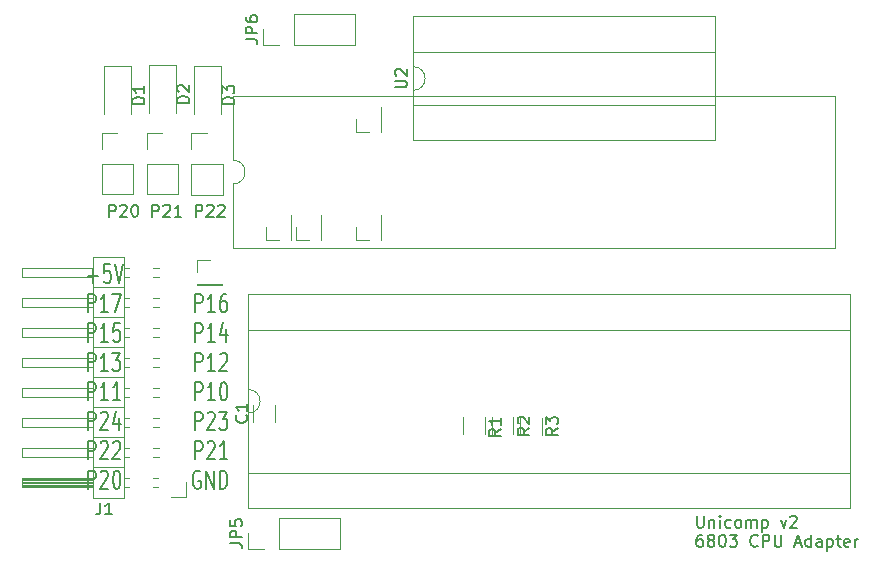
<source format=gbr>
%TF.GenerationSoftware,KiCad,Pcbnew,7.0.9-7.0.9~ubuntu20.04.1*%
%TF.CreationDate,2023-12-26T19:53:29+01:00*%
%TF.ProjectId,6803_Addon,36383033-5f41-4646-946f-6e2e6b696361,rev?*%
%TF.SameCoordinates,Original*%
%TF.FileFunction,Legend,Top*%
%TF.FilePolarity,Positive*%
%FSLAX46Y46*%
G04 Gerber Fmt 4.6, Leading zero omitted, Abs format (unit mm)*
G04 Created by KiCad (PCBNEW 7.0.9-7.0.9~ubuntu20.04.1) date 2023-12-26 19:53:29*
%MOMM*%
%LPD*%
G01*
G04 APERTURE LIST*
%ADD10C,0.150000*%
%ADD11C,0.120000*%
G04 APERTURE END LIST*
D10*
X169179982Y-56965509D02*
X169179982Y-55415509D01*
X169179982Y-55415509D02*
X169599030Y-55415509D01*
X169599030Y-55415509D02*
X169703792Y-55489319D01*
X169703792Y-55489319D02*
X169756173Y-55563128D01*
X169756173Y-55563128D02*
X169808554Y-55710747D01*
X169808554Y-55710747D02*
X169808554Y-55932176D01*
X169808554Y-55932176D02*
X169756173Y-56079795D01*
X169756173Y-56079795D02*
X169703792Y-56153604D01*
X169703792Y-56153604D02*
X169599030Y-56227414D01*
X169599030Y-56227414D02*
X169179982Y-56227414D01*
X170856173Y-56965509D02*
X170227601Y-56965509D01*
X170541887Y-56965509D02*
X170541887Y-55415509D01*
X170541887Y-55415509D02*
X170437125Y-55636938D01*
X170437125Y-55636938D02*
X170332363Y-55784557D01*
X170332363Y-55784557D02*
X170227601Y-55858366D01*
X171799030Y-55415509D02*
X171589506Y-55415509D01*
X171589506Y-55415509D02*
X171484744Y-55489319D01*
X171484744Y-55489319D02*
X171432363Y-55563128D01*
X171432363Y-55563128D02*
X171327601Y-55784557D01*
X171327601Y-55784557D02*
X171275220Y-56079795D01*
X171275220Y-56079795D02*
X171275220Y-56670271D01*
X171275220Y-56670271D02*
X171327601Y-56817890D01*
X171327601Y-56817890D02*
X171379982Y-56891700D01*
X171379982Y-56891700D02*
X171484744Y-56965509D01*
X171484744Y-56965509D02*
X171694268Y-56965509D01*
X171694268Y-56965509D02*
X171799030Y-56891700D01*
X171799030Y-56891700D02*
X171851411Y-56817890D01*
X171851411Y-56817890D02*
X171903792Y-56670271D01*
X171903792Y-56670271D02*
X171903792Y-56301223D01*
X171903792Y-56301223D02*
X171851411Y-56153604D01*
X171851411Y-56153604D02*
X171799030Y-56079795D01*
X171799030Y-56079795D02*
X171694268Y-56005985D01*
X171694268Y-56005985D02*
X171484744Y-56005985D01*
X171484744Y-56005985D02*
X171379982Y-56079795D01*
X171379982Y-56079795D02*
X171327601Y-56153604D01*
X171327601Y-56153604D02*
X171275220Y-56301223D01*
X169179982Y-59461009D02*
X169179982Y-57911009D01*
X169179982Y-57911009D02*
X169599030Y-57911009D01*
X169599030Y-57911009D02*
X169703792Y-57984819D01*
X169703792Y-57984819D02*
X169756173Y-58058628D01*
X169756173Y-58058628D02*
X169808554Y-58206247D01*
X169808554Y-58206247D02*
X169808554Y-58427676D01*
X169808554Y-58427676D02*
X169756173Y-58575295D01*
X169756173Y-58575295D02*
X169703792Y-58649104D01*
X169703792Y-58649104D02*
X169599030Y-58722914D01*
X169599030Y-58722914D02*
X169179982Y-58722914D01*
X170856173Y-59461009D02*
X170227601Y-59461009D01*
X170541887Y-59461009D02*
X170541887Y-57911009D01*
X170541887Y-57911009D02*
X170437125Y-58132438D01*
X170437125Y-58132438D02*
X170332363Y-58280057D01*
X170332363Y-58280057D02*
X170227601Y-58353866D01*
X171799030Y-58427676D02*
X171799030Y-59461009D01*
X171537125Y-57837200D02*
X171275220Y-58944342D01*
X171275220Y-58944342D02*
X171956173Y-58944342D01*
X169179982Y-61956509D02*
X169179982Y-60406509D01*
X169179982Y-60406509D02*
X169599030Y-60406509D01*
X169599030Y-60406509D02*
X169703792Y-60480319D01*
X169703792Y-60480319D02*
X169756173Y-60554128D01*
X169756173Y-60554128D02*
X169808554Y-60701747D01*
X169808554Y-60701747D02*
X169808554Y-60923176D01*
X169808554Y-60923176D02*
X169756173Y-61070795D01*
X169756173Y-61070795D02*
X169703792Y-61144604D01*
X169703792Y-61144604D02*
X169599030Y-61218414D01*
X169599030Y-61218414D02*
X169179982Y-61218414D01*
X170856173Y-61956509D02*
X170227601Y-61956509D01*
X170541887Y-61956509D02*
X170541887Y-60406509D01*
X170541887Y-60406509D02*
X170437125Y-60627938D01*
X170437125Y-60627938D02*
X170332363Y-60775557D01*
X170332363Y-60775557D02*
X170227601Y-60849366D01*
X171275220Y-60554128D02*
X171327601Y-60480319D01*
X171327601Y-60480319D02*
X171432363Y-60406509D01*
X171432363Y-60406509D02*
X171694268Y-60406509D01*
X171694268Y-60406509D02*
X171799030Y-60480319D01*
X171799030Y-60480319D02*
X171851411Y-60554128D01*
X171851411Y-60554128D02*
X171903792Y-60701747D01*
X171903792Y-60701747D02*
X171903792Y-60849366D01*
X171903792Y-60849366D02*
X171851411Y-61070795D01*
X171851411Y-61070795D02*
X171222839Y-61956509D01*
X171222839Y-61956509D02*
X171903792Y-61956509D01*
X169179982Y-64452009D02*
X169179982Y-62902009D01*
X169179982Y-62902009D02*
X169599030Y-62902009D01*
X169599030Y-62902009D02*
X169703792Y-62975819D01*
X169703792Y-62975819D02*
X169756173Y-63049628D01*
X169756173Y-63049628D02*
X169808554Y-63197247D01*
X169808554Y-63197247D02*
X169808554Y-63418676D01*
X169808554Y-63418676D02*
X169756173Y-63566295D01*
X169756173Y-63566295D02*
X169703792Y-63640104D01*
X169703792Y-63640104D02*
X169599030Y-63713914D01*
X169599030Y-63713914D02*
X169179982Y-63713914D01*
X170856173Y-64452009D02*
X170227601Y-64452009D01*
X170541887Y-64452009D02*
X170541887Y-62902009D01*
X170541887Y-62902009D02*
X170437125Y-63123438D01*
X170437125Y-63123438D02*
X170332363Y-63271057D01*
X170332363Y-63271057D02*
X170227601Y-63344866D01*
X171537125Y-62902009D02*
X171641887Y-62902009D01*
X171641887Y-62902009D02*
X171746649Y-62975819D01*
X171746649Y-62975819D02*
X171799030Y-63049628D01*
X171799030Y-63049628D02*
X171851411Y-63197247D01*
X171851411Y-63197247D02*
X171903792Y-63492485D01*
X171903792Y-63492485D02*
X171903792Y-63861533D01*
X171903792Y-63861533D02*
X171851411Y-64156771D01*
X171851411Y-64156771D02*
X171799030Y-64304390D01*
X171799030Y-64304390D02*
X171746649Y-64378200D01*
X171746649Y-64378200D02*
X171641887Y-64452009D01*
X171641887Y-64452009D02*
X171537125Y-64452009D01*
X171537125Y-64452009D02*
X171432363Y-64378200D01*
X171432363Y-64378200D02*
X171379982Y-64304390D01*
X171379982Y-64304390D02*
X171327601Y-64156771D01*
X171327601Y-64156771D02*
X171275220Y-63861533D01*
X171275220Y-63861533D02*
X171275220Y-63492485D01*
X171275220Y-63492485D02*
X171327601Y-63197247D01*
X171327601Y-63197247D02*
X171379982Y-63049628D01*
X171379982Y-63049628D02*
X171432363Y-62975819D01*
X171432363Y-62975819D02*
X171537125Y-62902009D01*
X169179982Y-66947509D02*
X169179982Y-65397509D01*
X169179982Y-65397509D02*
X169599030Y-65397509D01*
X169599030Y-65397509D02*
X169703792Y-65471319D01*
X169703792Y-65471319D02*
X169756173Y-65545128D01*
X169756173Y-65545128D02*
X169808554Y-65692747D01*
X169808554Y-65692747D02*
X169808554Y-65914176D01*
X169808554Y-65914176D02*
X169756173Y-66061795D01*
X169756173Y-66061795D02*
X169703792Y-66135604D01*
X169703792Y-66135604D02*
X169599030Y-66209414D01*
X169599030Y-66209414D02*
X169179982Y-66209414D01*
X170227601Y-65545128D02*
X170279982Y-65471319D01*
X170279982Y-65471319D02*
X170384744Y-65397509D01*
X170384744Y-65397509D02*
X170646649Y-65397509D01*
X170646649Y-65397509D02*
X170751411Y-65471319D01*
X170751411Y-65471319D02*
X170803792Y-65545128D01*
X170803792Y-65545128D02*
X170856173Y-65692747D01*
X170856173Y-65692747D02*
X170856173Y-65840366D01*
X170856173Y-65840366D02*
X170803792Y-66061795D01*
X170803792Y-66061795D02*
X170175220Y-66947509D01*
X170175220Y-66947509D02*
X170856173Y-66947509D01*
X171222839Y-65397509D02*
X171903792Y-65397509D01*
X171903792Y-65397509D02*
X171537125Y-65987985D01*
X171537125Y-65987985D02*
X171694268Y-65987985D01*
X171694268Y-65987985D02*
X171799030Y-66061795D01*
X171799030Y-66061795D02*
X171851411Y-66135604D01*
X171851411Y-66135604D02*
X171903792Y-66283223D01*
X171903792Y-66283223D02*
X171903792Y-66652271D01*
X171903792Y-66652271D02*
X171851411Y-66799890D01*
X171851411Y-66799890D02*
X171799030Y-66873700D01*
X171799030Y-66873700D02*
X171694268Y-66947509D01*
X171694268Y-66947509D02*
X171379982Y-66947509D01*
X171379982Y-66947509D02*
X171275220Y-66873700D01*
X171275220Y-66873700D02*
X171222839Y-66799890D01*
X169179982Y-69443009D02*
X169179982Y-67893009D01*
X169179982Y-67893009D02*
X169599030Y-67893009D01*
X169599030Y-67893009D02*
X169703792Y-67966819D01*
X169703792Y-67966819D02*
X169756173Y-68040628D01*
X169756173Y-68040628D02*
X169808554Y-68188247D01*
X169808554Y-68188247D02*
X169808554Y-68409676D01*
X169808554Y-68409676D02*
X169756173Y-68557295D01*
X169756173Y-68557295D02*
X169703792Y-68631104D01*
X169703792Y-68631104D02*
X169599030Y-68704914D01*
X169599030Y-68704914D02*
X169179982Y-68704914D01*
X170227601Y-68040628D02*
X170279982Y-67966819D01*
X170279982Y-67966819D02*
X170384744Y-67893009D01*
X170384744Y-67893009D02*
X170646649Y-67893009D01*
X170646649Y-67893009D02*
X170751411Y-67966819D01*
X170751411Y-67966819D02*
X170803792Y-68040628D01*
X170803792Y-68040628D02*
X170856173Y-68188247D01*
X170856173Y-68188247D02*
X170856173Y-68335866D01*
X170856173Y-68335866D02*
X170803792Y-68557295D01*
X170803792Y-68557295D02*
X170175220Y-69443009D01*
X170175220Y-69443009D02*
X170856173Y-69443009D01*
X171903792Y-69443009D02*
X171275220Y-69443009D01*
X171589506Y-69443009D02*
X171589506Y-67893009D01*
X171589506Y-67893009D02*
X171484744Y-68114438D01*
X171484744Y-68114438D02*
X171379982Y-68262057D01*
X171379982Y-68262057D02*
X171275220Y-68335866D01*
X169599030Y-70462319D02*
X169494268Y-70388509D01*
X169494268Y-70388509D02*
X169337125Y-70388509D01*
X169337125Y-70388509D02*
X169179982Y-70462319D01*
X169179982Y-70462319D02*
X169075220Y-70609938D01*
X169075220Y-70609938D02*
X169022839Y-70757557D01*
X169022839Y-70757557D02*
X168970458Y-71052795D01*
X168970458Y-71052795D02*
X168970458Y-71274223D01*
X168970458Y-71274223D02*
X169022839Y-71569461D01*
X169022839Y-71569461D02*
X169075220Y-71717080D01*
X169075220Y-71717080D02*
X169179982Y-71864700D01*
X169179982Y-71864700D02*
X169337125Y-71938509D01*
X169337125Y-71938509D02*
X169441887Y-71938509D01*
X169441887Y-71938509D02*
X169599030Y-71864700D01*
X169599030Y-71864700D02*
X169651411Y-71790890D01*
X169651411Y-71790890D02*
X169651411Y-71274223D01*
X169651411Y-71274223D02*
X169441887Y-71274223D01*
X170122839Y-71938509D02*
X170122839Y-70388509D01*
X170122839Y-70388509D02*
X170751411Y-71938509D01*
X170751411Y-71938509D02*
X170751411Y-70388509D01*
X171275220Y-71938509D02*
X171275220Y-70388509D01*
X171275220Y-70388509D02*
X171537125Y-70388509D01*
X171537125Y-70388509D02*
X171694268Y-70462319D01*
X171694268Y-70462319D02*
X171799030Y-70609938D01*
X171799030Y-70609938D02*
X171851411Y-70757557D01*
X171851411Y-70757557D02*
X171903792Y-71052795D01*
X171903792Y-71052795D02*
X171903792Y-71274223D01*
X171903792Y-71274223D02*
X171851411Y-71569461D01*
X171851411Y-71569461D02*
X171799030Y-71717080D01*
X171799030Y-71717080D02*
X171694268Y-71864700D01*
X171694268Y-71864700D02*
X171537125Y-71938509D01*
X171537125Y-71938509D02*
X171275220Y-71938509D01*
X160126588Y-53879533D02*
X160964684Y-53879533D01*
X160545636Y-54470009D02*
X160545636Y-53289057D01*
X162012303Y-52920009D02*
X161488493Y-52920009D01*
X161488493Y-52920009D02*
X161436112Y-53658104D01*
X161436112Y-53658104D02*
X161488493Y-53584295D01*
X161488493Y-53584295D02*
X161593255Y-53510485D01*
X161593255Y-53510485D02*
X161855160Y-53510485D01*
X161855160Y-53510485D02*
X161959922Y-53584295D01*
X161959922Y-53584295D02*
X162012303Y-53658104D01*
X162012303Y-53658104D02*
X162064684Y-53805723D01*
X162064684Y-53805723D02*
X162064684Y-54174771D01*
X162064684Y-54174771D02*
X162012303Y-54322390D01*
X162012303Y-54322390D02*
X161959922Y-54396200D01*
X161959922Y-54396200D02*
X161855160Y-54470009D01*
X161855160Y-54470009D02*
X161593255Y-54470009D01*
X161593255Y-54470009D02*
X161488493Y-54396200D01*
X161488493Y-54396200D02*
X161436112Y-54322390D01*
X162378969Y-52920009D02*
X162745636Y-54470009D01*
X162745636Y-54470009D02*
X163112303Y-52920009D01*
X160126588Y-56965509D02*
X160126588Y-55415509D01*
X160126588Y-55415509D02*
X160545636Y-55415509D01*
X160545636Y-55415509D02*
X160650398Y-55489319D01*
X160650398Y-55489319D02*
X160702779Y-55563128D01*
X160702779Y-55563128D02*
X160755160Y-55710747D01*
X160755160Y-55710747D02*
X160755160Y-55932176D01*
X160755160Y-55932176D02*
X160702779Y-56079795D01*
X160702779Y-56079795D02*
X160650398Y-56153604D01*
X160650398Y-56153604D02*
X160545636Y-56227414D01*
X160545636Y-56227414D02*
X160126588Y-56227414D01*
X161802779Y-56965509D02*
X161174207Y-56965509D01*
X161488493Y-56965509D02*
X161488493Y-55415509D01*
X161488493Y-55415509D02*
X161383731Y-55636938D01*
X161383731Y-55636938D02*
X161278969Y-55784557D01*
X161278969Y-55784557D02*
X161174207Y-55858366D01*
X162169445Y-55415509D02*
X162902779Y-55415509D01*
X162902779Y-55415509D02*
X162431350Y-56965509D01*
X160126588Y-59461009D02*
X160126588Y-57911009D01*
X160126588Y-57911009D02*
X160545636Y-57911009D01*
X160545636Y-57911009D02*
X160650398Y-57984819D01*
X160650398Y-57984819D02*
X160702779Y-58058628D01*
X160702779Y-58058628D02*
X160755160Y-58206247D01*
X160755160Y-58206247D02*
X160755160Y-58427676D01*
X160755160Y-58427676D02*
X160702779Y-58575295D01*
X160702779Y-58575295D02*
X160650398Y-58649104D01*
X160650398Y-58649104D02*
X160545636Y-58722914D01*
X160545636Y-58722914D02*
X160126588Y-58722914D01*
X161802779Y-59461009D02*
X161174207Y-59461009D01*
X161488493Y-59461009D02*
X161488493Y-57911009D01*
X161488493Y-57911009D02*
X161383731Y-58132438D01*
X161383731Y-58132438D02*
X161278969Y-58280057D01*
X161278969Y-58280057D02*
X161174207Y-58353866D01*
X162798017Y-57911009D02*
X162274207Y-57911009D01*
X162274207Y-57911009D02*
X162221826Y-58649104D01*
X162221826Y-58649104D02*
X162274207Y-58575295D01*
X162274207Y-58575295D02*
X162378969Y-58501485D01*
X162378969Y-58501485D02*
X162640874Y-58501485D01*
X162640874Y-58501485D02*
X162745636Y-58575295D01*
X162745636Y-58575295D02*
X162798017Y-58649104D01*
X162798017Y-58649104D02*
X162850398Y-58796723D01*
X162850398Y-58796723D02*
X162850398Y-59165771D01*
X162850398Y-59165771D02*
X162798017Y-59313390D01*
X162798017Y-59313390D02*
X162745636Y-59387200D01*
X162745636Y-59387200D02*
X162640874Y-59461009D01*
X162640874Y-59461009D02*
X162378969Y-59461009D01*
X162378969Y-59461009D02*
X162274207Y-59387200D01*
X162274207Y-59387200D02*
X162221826Y-59313390D01*
X160126588Y-61956509D02*
X160126588Y-60406509D01*
X160126588Y-60406509D02*
X160545636Y-60406509D01*
X160545636Y-60406509D02*
X160650398Y-60480319D01*
X160650398Y-60480319D02*
X160702779Y-60554128D01*
X160702779Y-60554128D02*
X160755160Y-60701747D01*
X160755160Y-60701747D02*
X160755160Y-60923176D01*
X160755160Y-60923176D02*
X160702779Y-61070795D01*
X160702779Y-61070795D02*
X160650398Y-61144604D01*
X160650398Y-61144604D02*
X160545636Y-61218414D01*
X160545636Y-61218414D02*
X160126588Y-61218414D01*
X161802779Y-61956509D02*
X161174207Y-61956509D01*
X161488493Y-61956509D02*
X161488493Y-60406509D01*
X161488493Y-60406509D02*
X161383731Y-60627938D01*
X161383731Y-60627938D02*
X161278969Y-60775557D01*
X161278969Y-60775557D02*
X161174207Y-60849366D01*
X162169445Y-60406509D02*
X162850398Y-60406509D01*
X162850398Y-60406509D02*
X162483731Y-60996985D01*
X162483731Y-60996985D02*
X162640874Y-60996985D01*
X162640874Y-60996985D02*
X162745636Y-61070795D01*
X162745636Y-61070795D02*
X162798017Y-61144604D01*
X162798017Y-61144604D02*
X162850398Y-61292223D01*
X162850398Y-61292223D02*
X162850398Y-61661271D01*
X162850398Y-61661271D02*
X162798017Y-61808890D01*
X162798017Y-61808890D02*
X162745636Y-61882700D01*
X162745636Y-61882700D02*
X162640874Y-61956509D01*
X162640874Y-61956509D02*
X162326588Y-61956509D01*
X162326588Y-61956509D02*
X162221826Y-61882700D01*
X162221826Y-61882700D02*
X162169445Y-61808890D01*
X160126588Y-64452009D02*
X160126588Y-62902009D01*
X160126588Y-62902009D02*
X160545636Y-62902009D01*
X160545636Y-62902009D02*
X160650398Y-62975819D01*
X160650398Y-62975819D02*
X160702779Y-63049628D01*
X160702779Y-63049628D02*
X160755160Y-63197247D01*
X160755160Y-63197247D02*
X160755160Y-63418676D01*
X160755160Y-63418676D02*
X160702779Y-63566295D01*
X160702779Y-63566295D02*
X160650398Y-63640104D01*
X160650398Y-63640104D02*
X160545636Y-63713914D01*
X160545636Y-63713914D02*
X160126588Y-63713914D01*
X161802779Y-64452009D02*
X161174207Y-64452009D01*
X161488493Y-64452009D02*
X161488493Y-62902009D01*
X161488493Y-62902009D02*
X161383731Y-63123438D01*
X161383731Y-63123438D02*
X161278969Y-63271057D01*
X161278969Y-63271057D02*
X161174207Y-63344866D01*
X162850398Y-64452009D02*
X162221826Y-64452009D01*
X162536112Y-64452009D02*
X162536112Y-62902009D01*
X162536112Y-62902009D02*
X162431350Y-63123438D01*
X162431350Y-63123438D02*
X162326588Y-63271057D01*
X162326588Y-63271057D02*
X162221826Y-63344866D01*
X160126588Y-66947509D02*
X160126588Y-65397509D01*
X160126588Y-65397509D02*
X160545636Y-65397509D01*
X160545636Y-65397509D02*
X160650398Y-65471319D01*
X160650398Y-65471319D02*
X160702779Y-65545128D01*
X160702779Y-65545128D02*
X160755160Y-65692747D01*
X160755160Y-65692747D02*
X160755160Y-65914176D01*
X160755160Y-65914176D02*
X160702779Y-66061795D01*
X160702779Y-66061795D02*
X160650398Y-66135604D01*
X160650398Y-66135604D02*
X160545636Y-66209414D01*
X160545636Y-66209414D02*
X160126588Y-66209414D01*
X161174207Y-65545128D02*
X161226588Y-65471319D01*
X161226588Y-65471319D02*
X161331350Y-65397509D01*
X161331350Y-65397509D02*
X161593255Y-65397509D01*
X161593255Y-65397509D02*
X161698017Y-65471319D01*
X161698017Y-65471319D02*
X161750398Y-65545128D01*
X161750398Y-65545128D02*
X161802779Y-65692747D01*
X161802779Y-65692747D02*
X161802779Y-65840366D01*
X161802779Y-65840366D02*
X161750398Y-66061795D01*
X161750398Y-66061795D02*
X161121826Y-66947509D01*
X161121826Y-66947509D02*
X161802779Y-66947509D01*
X162745636Y-65914176D02*
X162745636Y-66947509D01*
X162483731Y-65323700D02*
X162221826Y-66430842D01*
X162221826Y-66430842D02*
X162902779Y-66430842D01*
X160126588Y-69443009D02*
X160126588Y-67893009D01*
X160126588Y-67893009D02*
X160545636Y-67893009D01*
X160545636Y-67893009D02*
X160650398Y-67966819D01*
X160650398Y-67966819D02*
X160702779Y-68040628D01*
X160702779Y-68040628D02*
X160755160Y-68188247D01*
X160755160Y-68188247D02*
X160755160Y-68409676D01*
X160755160Y-68409676D02*
X160702779Y-68557295D01*
X160702779Y-68557295D02*
X160650398Y-68631104D01*
X160650398Y-68631104D02*
X160545636Y-68704914D01*
X160545636Y-68704914D02*
X160126588Y-68704914D01*
X161174207Y-68040628D02*
X161226588Y-67966819D01*
X161226588Y-67966819D02*
X161331350Y-67893009D01*
X161331350Y-67893009D02*
X161593255Y-67893009D01*
X161593255Y-67893009D02*
X161698017Y-67966819D01*
X161698017Y-67966819D02*
X161750398Y-68040628D01*
X161750398Y-68040628D02*
X161802779Y-68188247D01*
X161802779Y-68188247D02*
X161802779Y-68335866D01*
X161802779Y-68335866D02*
X161750398Y-68557295D01*
X161750398Y-68557295D02*
X161121826Y-69443009D01*
X161121826Y-69443009D02*
X161802779Y-69443009D01*
X162221826Y-68040628D02*
X162274207Y-67966819D01*
X162274207Y-67966819D02*
X162378969Y-67893009D01*
X162378969Y-67893009D02*
X162640874Y-67893009D01*
X162640874Y-67893009D02*
X162745636Y-67966819D01*
X162745636Y-67966819D02*
X162798017Y-68040628D01*
X162798017Y-68040628D02*
X162850398Y-68188247D01*
X162850398Y-68188247D02*
X162850398Y-68335866D01*
X162850398Y-68335866D02*
X162798017Y-68557295D01*
X162798017Y-68557295D02*
X162169445Y-69443009D01*
X162169445Y-69443009D02*
X162850398Y-69443009D01*
X160126588Y-71938509D02*
X160126588Y-70388509D01*
X160126588Y-70388509D02*
X160545636Y-70388509D01*
X160545636Y-70388509D02*
X160650398Y-70462319D01*
X160650398Y-70462319D02*
X160702779Y-70536128D01*
X160702779Y-70536128D02*
X160755160Y-70683747D01*
X160755160Y-70683747D02*
X160755160Y-70905176D01*
X160755160Y-70905176D02*
X160702779Y-71052795D01*
X160702779Y-71052795D02*
X160650398Y-71126604D01*
X160650398Y-71126604D02*
X160545636Y-71200414D01*
X160545636Y-71200414D02*
X160126588Y-71200414D01*
X161174207Y-70536128D02*
X161226588Y-70462319D01*
X161226588Y-70462319D02*
X161331350Y-70388509D01*
X161331350Y-70388509D02*
X161593255Y-70388509D01*
X161593255Y-70388509D02*
X161698017Y-70462319D01*
X161698017Y-70462319D02*
X161750398Y-70536128D01*
X161750398Y-70536128D02*
X161802779Y-70683747D01*
X161802779Y-70683747D02*
X161802779Y-70831366D01*
X161802779Y-70831366D02*
X161750398Y-71052795D01*
X161750398Y-71052795D02*
X161121826Y-71938509D01*
X161121826Y-71938509D02*
X161802779Y-71938509D01*
X162483731Y-70388509D02*
X162588493Y-70388509D01*
X162588493Y-70388509D02*
X162693255Y-70462319D01*
X162693255Y-70462319D02*
X162745636Y-70536128D01*
X162745636Y-70536128D02*
X162798017Y-70683747D01*
X162798017Y-70683747D02*
X162850398Y-70978985D01*
X162850398Y-70978985D02*
X162850398Y-71348033D01*
X162850398Y-71348033D02*
X162798017Y-71643271D01*
X162798017Y-71643271D02*
X162745636Y-71790890D01*
X162745636Y-71790890D02*
X162693255Y-71864700D01*
X162693255Y-71864700D02*
X162588493Y-71938509D01*
X162588493Y-71938509D02*
X162483731Y-71938509D01*
X162483731Y-71938509D02*
X162378969Y-71864700D01*
X162378969Y-71864700D02*
X162326588Y-71790890D01*
X162326588Y-71790890D02*
X162274207Y-71643271D01*
X162274207Y-71643271D02*
X162221826Y-71348033D01*
X162221826Y-71348033D02*
X162221826Y-70978985D01*
X162221826Y-70978985D02*
X162274207Y-70683747D01*
X162274207Y-70683747D02*
X162326588Y-70536128D01*
X162326588Y-70536128D02*
X162378969Y-70462319D01*
X162378969Y-70462319D02*
X162483731Y-70388509D01*
X161880779Y-48891819D02*
X161880779Y-47891819D01*
X161880779Y-47891819D02*
X162261731Y-47891819D01*
X162261731Y-47891819D02*
X162356969Y-47939438D01*
X162356969Y-47939438D02*
X162404588Y-47987057D01*
X162404588Y-47987057D02*
X162452207Y-48082295D01*
X162452207Y-48082295D02*
X162452207Y-48225152D01*
X162452207Y-48225152D02*
X162404588Y-48320390D01*
X162404588Y-48320390D02*
X162356969Y-48368009D01*
X162356969Y-48368009D02*
X162261731Y-48415628D01*
X162261731Y-48415628D02*
X161880779Y-48415628D01*
X162833160Y-47987057D02*
X162880779Y-47939438D01*
X162880779Y-47939438D02*
X162976017Y-47891819D01*
X162976017Y-47891819D02*
X163214112Y-47891819D01*
X163214112Y-47891819D02*
X163309350Y-47939438D01*
X163309350Y-47939438D02*
X163356969Y-47987057D01*
X163356969Y-47987057D02*
X163404588Y-48082295D01*
X163404588Y-48082295D02*
X163404588Y-48177533D01*
X163404588Y-48177533D02*
X163356969Y-48320390D01*
X163356969Y-48320390D02*
X162785541Y-48891819D01*
X162785541Y-48891819D02*
X163404588Y-48891819D01*
X164023636Y-47891819D02*
X164118874Y-47891819D01*
X164118874Y-47891819D02*
X164214112Y-47939438D01*
X164214112Y-47939438D02*
X164261731Y-47987057D01*
X164261731Y-47987057D02*
X164309350Y-48082295D01*
X164309350Y-48082295D02*
X164356969Y-48272771D01*
X164356969Y-48272771D02*
X164356969Y-48510866D01*
X164356969Y-48510866D02*
X164309350Y-48701342D01*
X164309350Y-48701342D02*
X164261731Y-48796580D01*
X164261731Y-48796580D02*
X164214112Y-48844200D01*
X164214112Y-48844200D02*
X164118874Y-48891819D01*
X164118874Y-48891819D02*
X164023636Y-48891819D01*
X164023636Y-48891819D02*
X163928398Y-48844200D01*
X163928398Y-48844200D02*
X163880779Y-48796580D01*
X163880779Y-48796580D02*
X163833160Y-48701342D01*
X163833160Y-48701342D02*
X163785541Y-48510866D01*
X163785541Y-48510866D02*
X163785541Y-48272771D01*
X163785541Y-48272771D02*
X163833160Y-48082295D01*
X163833160Y-48082295D02*
X163880779Y-47987057D01*
X163880779Y-47987057D02*
X163928398Y-47939438D01*
X163928398Y-47939438D02*
X164023636Y-47891819D01*
X165547446Y-48891819D02*
X165547446Y-47891819D01*
X165547446Y-47891819D02*
X165928398Y-47891819D01*
X165928398Y-47891819D02*
X166023636Y-47939438D01*
X166023636Y-47939438D02*
X166071255Y-47987057D01*
X166071255Y-47987057D02*
X166118874Y-48082295D01*
X166118874Y-48082295D02*
X166118874Y-48225152D01*
X166118874Y-48225152D02*
X166071255Y-48320390D01*
X166071255Y-48320390D02*
X166023636Y-48368009D01*
X166023636Y-48368009D02*
X165928398Y-48415628D01*
X165928398Y-48415628D02*
X165547446Y-48415628D01*
X166499827Y-47987057D02*
X166547446Y-47939438D01*
X166547446Y-47939438D02*
X166642684Y-47891819D01*
X166642684Y-47891819D02*
X166880779Y-47891819D01*
X166880779Y-47891819D02*
X166976017Y-47939438D01*
X166976017Y-47939438D02*
X167023636Y-47987057D01*
X167023636Y-47987057D02*
X167071255Y-48082295D01*
X167071255Y-48082295D02*
X167071255Y-48177533D01*
X167071255Y-48177533D02*
X167023636Y-48320390D01*
X167023636Y-48320390D02*
X166452208Y-48891819D01*
X166452208Y-48891819D02*
X167071255Y-48891819D01*
X168023636Y-48891819D02*
X167452208Y-48891819D01*
X167737922Y-48891819D02*
X167737922Y-47891819D01*
X167737922Y-47891819D02*
X167642684Y-48034676D01*
X167642684Y-48034676D02*
X167547446Y-48129914D01*
X167547446Y-48129914D02*
X167452208Y-48177533D01*
X169214113Y-48891819D02*
X169214113Y-47891819D01*
X169214113Y-47891819D02*
X169595065Y-47891819D01*
X169595065Y-47891819D02*
X169690303Y-47939438D01*
X169690303Y-47939438D02*
X169737922Y-47987057D01*
X169737922Y-47987057D02*
X169785541Y-48082295D01*
X169785541Y-48082295D02*
X169785541Y-48225152D01*
X169785541Y-48225152D02*
X169737922Y-48320390D01*
X169737922Y-48320390D02*
X169690303Y-48368009D01*
X169690303Y-48368009D02*
X169595065Y-48415628D01*
X169595065Y-48415628D02*
X169214113Y-48415628D01*
X170166494Y-47987057D02*
X170214113Y-47939438D01*
X170214113Y-47939438D02*
X170309351Y-47891819D01*
X170309351Y-47891819D02*
X170547446Y-47891819D01*
X170547446Y-47891819D02*
X170642684Y-47939438D01*
X170642684Y-47939438D02*
X170690303Y-47987057D01*
X170690303Y-47987057D02*
X170737922Y-48082295D01*
X170737922Y-48082295D02*
X170737922Y-48177533D01*
X170737922Y-48177533D02*
X170690303Y-48320390D01*
X170690303Y-48320390D02*
X170118875Y-48891819D01*
X170118875Y-48891819D02*
X170737922Y-48891819D01*
X171118875Y-47987057D02*
X171166494Y-47939438D01*
X171166494Y-47939438D02*
X171261732Y-47891819D01*
X171261732Y-47891819D02*
X171499827Y-47891819D01*
X171499827Y-47891819D02*
X171595065Y-47939438D01*
X171595065Y-47939438D02*
X171642684Y-47987057D01*
X171642684Y-47987057D02*
X171690303Y-48082295D01*
X171690303Y-48082295D02*
X171690303Y-48177533D01*
X171690303Y-48177533D02*
X171642684Y-48320390D01*
X171642684Y-48320390D02*
X171071256Y-48891819D01*
X171071256Y-48891819D02*
X171690303Y-48891819D01*
X211664779Y-74221819D02*
X211664779Y-75031342D01*
X211664779Y-75031342D02*
X211712398Y-75126580D01*
X211712398Y-75126580D02*
X211760017Y-75174200D01*
X211760017Y-75174200D02*
X211855255Y-75221819D01*
X211855255Y-75221819D02*
X212045731Y-75221819D01*
X212045731Y-75221819D02*
X212140969Y-75174200D01*
X212140969Y-75174200D02*
X212188588Y-75126580D01*
X212188588Y-75126580D02*
X212236207Y-75031342D01*
X212236207Y-75031342D02*
X212236207Y-74221819D01*
X212712398Y-74555152D02*
X212712398Y-75221819D01*
X212712398Y-74650390D02*
X212760017Y-74602771D01*
X212760017Y-74602771D02*
X212855255Y-74555152D01*
X212855255Y-74555152D02*
X212998112Y-74555152D01*
X212998112Y-74555152D02*
X213093350Y-74602771D01*
X213093350Y-74602771D02*
X213140969Y-74698009D01*
X213140969Y-74698009D02*
X213140969Y-75221819D01*
X213617160Y-75221819D02*
X213617160Y-74555152D01*
X213617160Y-74221819D02*
X213569541Y-74269438D01*
X213569541Y-74269438D02*
X213617160Y-74317057D01*
X213617160Y-74317057D02*
X213664779Y-74269438D01*
X213664779Y-74269438D02*
X213617160Y-74221819D01*
X213617160Y-74221819D02*
X213617160Y-74317057D01*
X214521921Y-75174200D02*
X214426683Y-75221819D01*
X214426683Y-75221819D02*
X214236207Y-75221819D01*
X214236207Y-75221819D02*
X214140969Y-75174200D01*
X214140969Y-75174200D02*
X214093350Y-75126580D01*
X214093350Y-75126580D02*
X214045731Y-75031342D01*
X214045731Y-75031342D02*
X214045731Y-74745628D01*
X214045731Y-74745628D02*
X214093350Y-74650390D01*
X214093350Y-74650390D02*
X214140969Y-74602771D01*
X214140969Y-74602771D02*
X214236207Y-74555152D01*
X214236207Y-74555152D02*
X214426683Y-74555152D01*
X214426683Y-74555152D02*
X214521921Y-74602771D01*
X215093350Y-75221819D02*
X214998112Y-75174200D01*
X214998112Y-75174200D02*
X214950493Y-75126580D01*
X214950493Y-75126580D02*
X214902874Y-75031342D01*
X214902874Y-75031342D02*
X214902874Y-74745628D01*
X214902874Y-74745628D02*
X214950493Y-74650390D01*
X214950493Y-74650390D02*
X214998112Y-74602771D01*
X214998112Y-74602771D02*
X215093350Y-74555152D01*
X215093350Y-74555152D02*
X215236207Y-74555152D01*
X215236207Y-74555152D02*
X215331445Y-74602771D01*
X215331445Y-74602771D02*
X215379064Y-74650390D01*
X215379064Y-74650390D02*
X215426683Y-74745628D01*
X215426683Y-74745628D02*
X215426683Y-75031342D01*
X215426683Y-75031342D02*
X215379064Y-75126580D01*
X215379064Y-75126580D02*
X215331445Y-75174200D01*
X215331445Y-75174200D02*
X215236207Y-75221819D01*
X215236207Y-75221819D02*
X215093350Y-75221819D01*
X215855255Y-75221819D02*
X215855255Y-74555152D01*
X215855255Y-74650390D02*
X215902874Y-74602771D01*
X215902874Y-74602771D02*
X215998112Y-74555152D01*
X215998112Y-74555152D02*
X216140969Y-74555152D01*
X216140969Y-74555152D02*
X216236207Y-74602771D01*
X216236207Y-74602771D02*
X216283826Y-74698009D01*
X216283826Y-74698009D02*
X216283826Y-75221819D01*
X216283826Y-74698009D02*
X216331445Y-74602771D01*
X216331445Y-74602771D02*
X216426683Y-74555152D01*
X216426683Y-74555152D02*
X216569540Y-74555152D01*
X216569540Y-74555152D02*
X216664779Y-74602771D01*
X216664779Y-74602771D02*
X216712398Y-74698009D01*
X216712398Y-74698009D02*
X216712398Y-75221819D01*
X217188588Y-74555152D02*
X217188588Y-75555152D01*
X217188588Y-74602771D02*
X217283826Y-74555152D01*
X217283826Y-74555152D02*
X217474302Y-74555152D01*
X217474302Y-74555152D02*
X217569540Y-74602771D01*
X217569540Y-74602771D02*
X217617159Y-74650390D01*
X217617159Y-74650390D02*
X217664778Y-74745628D01*
X217664778Y-74745628D02*
X217664778Y-75031342D01*
X217664778Y-75031342D02*
X217617159Y-75126580D01*
X217617159Y-75126580D02*
X217569540Y-75174200D01*
X217569540Y-75174200D02*
X217474302Y-75221819D01*
X217474302Y-75221819D02*
X217283826Y-75221819D01*
X217283826Y-75221819D02*
X217188588Y-75174200D01*
X218760017Y-74555152D02*
X218998112Y-75221819D01*
X218998112Y-75221819D02*
X219236207Y-74555152D01*
X219569541Y-74317057D02*
X219617160Y-74269438D01*
X219617160Y-74269438D02*
X219712398Y-74221819D01*
X219712398Y-74221819D02*
X219950493Y-74221819D01*
X219950493Y-74221819D02*
X220045731Y-74269438D01*
X220045731Y-74269438D02*
X220093350Y-74317057D01*
X220093350Y-74317057D02*
X220140969Y-74412295D01*
X220140969Y-74412295D02*
X220140969Y-74507533D01*
X220140969Y-74507533D02*
X220093350Y-74650390D01*
X220093350Y-74650390D02*
X219521922Y-75221819D01*
X219521922Y-75221819D02*
X220140969Y-75221819D01*
X212093350Y-75831819D02*
X211902874Y-75831819D01*
X211902874Y-75831819D02*
X211807636Y-75879438D01*
X211807636Y-75879438D02*
X211760017Y-75927057D01*
X211760017Y-75927057D02*
X211664779Y-76069914D01*
X211664779Y-76069914D02*
X211617160Y-76260390D01*
X211617160Y-76260390D02*
X211617160Y-76641342D01*
X211617160Y-76641342D02*
X211664779Y-76736580D01*
X211664779Y-76736580D02*
X211712398Y-76784200D01*
X211712398Y-76784200D02*
X211807636Y-76831819D01*
X211807636Y-76831819D02*
X211998112Y-76831819D01*
X211998112Y-76831819D02*
X212093350Y-76784200D01*
X212093350Y-76784200D02*
X212140969Y-76736580D01*
X212140969Y-76736580D02*
X212188588Y-76641342D01*
X212188588Y-76641342D02*
X212188588Y-76403247D01*
X212188588Y-76403247D02*
X212140969Y-76308009D01*
X212140969Y-76308009D02*
X212093350Y-76260390D01*
X212093350Y-76260390D02*
X211998112Y-76212771D01*
X211998112Y-76212771D02*
X211807636Y-76212771D01*
X211807636Y-76212771D02*
X211712398Y-76260390D01*
X211712398Y-76260390D02*
X211664779Y-76308009D01*
X211664779Y-76308009D02*
X211617160Y-76403247D01*
X212760017Y-76260390D02*
X212664779Y-76212771D01*
X212664779Y-76212771D02*
X212617160Y-76165152D01*
X212617160Y-76165152D02*
X212569541Y-76069914D01*
X212569541Y-76069914D02*
X212569541Y-76022295D01*
X212569541Y-76022295D02*
X212617160Y-75927057D01*
X212617160Y-75927057D02*
X212664779Y-75879438D01*
X212664779Y-75879438D02*
X212760017Y-75831819D01*
X212760017Y-75831819D02*
X212950493Y-75831819D01*
X212950493Y-75831819D02*
X213045731Y-75879438D01*
X213045731Y-75879438D02*
X213093350Y-75927057D01*
X213093350Y-75927057D02*
X213140969Y-76022295D01*
X213140969Y-76022295D02*
X213140969Y-76069914D01*
X213140969Y-76069914D02*
X213093350Y-76165152D01*
X213093350Y-76165152D02*
X213045731Y-76212771D01*
X213045731Y-76212771D02*
X212950493Y-76260390D01*
X212950493Y-76260390D02*
X212760017Y-76260390D01*
X212760017Y-76260390D02*
X212664779Y-76308009D01*
X212664779Y-76308009D02*
X212617160Y-76355628D01*
X212617160Y-76355628D02*
X212569541Y-76450866D01*
X212569541Y-76450866D02*
X212569541Y-76641342D01*
X212569541Y-76641342D02*
X212617160Y-76736580D01*
X212617160Y-76736580D02*
X212664779Y-76784200D01*
X212664779Y-76784200D02*
X212760017Y-76831819D01*
X212760017Y-76831819D02*
X212950493Y-76831819D01*
X212950493Y-76831819D02*
X213045731Y-76784200D01*
X213045731Y-76784200D02*
X213093350Y-76736580D01*
X213093350Y-76736580D02*
X213140969Y-76641342D01*
X213140969Y-76641342D02*
X213140969Y-76450866D01*
X213140969Y-76450866D02*
X213093350Y-76355628D01*
X213093350Y-76355628D02*
X213045731Y-76308009D01*
X213045731Y-76308009D02*
X212950493Y-76260390D01*
X213760017Y-75831819D02*
X213855255Y-75831819D01*
X213855255Y-75831819D02*
X213950493Y-75879438D01*
X213950493Y-75879438D02*
X213998112Y-75927057D01*
X213998112Y-75927057D02*
X214045731Y-76022295D01*
X214045731Y-76022295D02*
X214093350Y-76212771D01*
X214093350Y-76212771D02*
X214093350Y-76450866D01*
X214093350Y-76450866D02*
X214045731Y-76641342D01*
X214045731Y-76641342D02*
X213998112Y-76736580D01*
X213998112Y-76736580D02*
X213950493Y-76784200D01*
X213950493Y-76784200D02*
X213855255Y-76831819D01*
X213855255Y-76831819D02*
X213760017Y-76831819D01*
X213760017Y-76831819D02*
X213664779Y-76784200D01*
X213664779Y-76784200D02*
X213617160Y-76736580D01*
X213617160Y-76736580D02*
X213569541Y-76641342D01*
X213569541Y-76641342D02*
X213521922Y-76450866D01*
X213521922Y-76450866D02*
X213521922Y-76212771D01*
X213521922Y-76212771D02*
X213569541Y-76022295D01*
X213569541Y-76022295D02*
X213617160Y-75927057D01*
X213617160Y-75927057D02*
X213664779Y-75879438D01*
X213664779Y-75879438D02*
X213760017Y-75831819D01*
X214426684Y-75831819D02*
X215045731Y-75831819D01*
X215045731Y-75831819D02*
X214712398Y-76212771D01*
X214712398Y-76212771D02*
X214855255Y-76212771D01*
X214855255Y-76212771D02*
X214950493Y-76260390D01*
X214950493Y-76260390D02*
X214998112Y-76308009D01*
X214998112Y-76308009D02*
X215045731Y-76403247D01*
X215045731Y-76403247D02*
X215045731Y-76641342D01*
X215045731Y-76641342D02*
X214998112Y-76736580D01*
X214998112Y-76736580D02*
X214950493Y-76784200D01*
X214950493Y-76784200D02*
X214855255Y-76831819D01*
X214855255Y-76831819D02*
X214569541Y-76831819D01*
X214569541Y-76831819D02*
X214474303Y-76784200D01*
X214474303Y-76784200D02*
X214426684Y-76736580D01*
X216807636Y-76736580D02*
X216760017Y-76784200D01*
X216760017Y-76784200D02*
X216617160Y-76831819D01*
X216617160Y-76831819D02*
X216521922Y-76831819D01*
X216521922Y-76831819D02*
X216379065Y-76784200D01*
X216379065Y-76784200D02*
X216283827Y-76688961D01*
X216283827Y-76688961D02*
X216236208Y-76593723D01*
X216236208Y-76593723D02*
X216188589Y-76403247D01*
X216188589Y-76403247D02*
X216188589Y-76260390D01*
X216188589Y-76260390D02*
X216236208Y-76069914D01*
X216236208Y-76069914D02*
X216283827Y-75974676D01*
X216283827Y-75974676D02*
X216379065Y-75879438D01*
X216379065Y-75879438D02*
X216521922Y-75831819D01*
X216521922Y-75831819D02*
X216617160Y-75831819D01*
X216617160Y-75831819D02*
X216760017Y-75879438D01*
X216760017Y-75879438D02*
X216807636Y-75927057D01*
X217236208Y-76831819D02*
X217236208Y-75831819D01*
X217236208Y-75831819D02*
X217617160Y-75831819D01*
X217617160Y-75831819D02*
X217712398Y-75879438D01*
X217712398Y-75879438D02*
X217760017Y-75927057D01*
X217760017Y-75927057D02*
X217807636Y-76022295D01*
X217807636Y-76022295D02*
X217807636Y-76165152D01*
X217807636Y-76165152D02*
X217760017Y-76260390D01*
X217760017Y-76260390D02*
X217712398Y-76308009D01*
X217712398Y-76308009D02*
X217617160Y-76355628D01*
X217617160Y-76355628D02*
X217236208Y-76355628D01*
X218236208Y-75831819D02*
X218236208Y-76641342D01*
X218236208Y-76641342D02*
X218283827Y-76736580D01*
X218283827Y-76736580D02*
X218331446Y-76784200D01*
X218331446Y-76784200D02*
X218426684Y-76831819D01*
X218426684Y-76831819D02*
X218617160Y-76831819D01*
X218617160Y-76831819D02*
X218712398Y-76784200D01*
X218712398Y-76784200D02*
X218760017Y-76736580D01*
X218760017Y-76736580D02*
X218807636Y-76641342D01*
X218807636Y-76641342D02*
X218807636Y-75831819D01*
X219998113Y-76546104D02*
X220474303Y-76546104D01*
X219902875Y-76831819D02*
X220236208Y-75831819D01*
X220236208Y-75831819D02*
X220569541Y-76831819D01*
X221331446Y-76831819D02*
X221331446Y-75831819D01*
X221331446Y-76784200D02*
X221236208Y-76831819D01*
X221236208Y-76831819D02*
X221045732Y-76831819D01*
X221045732Y-76831819D02*
X220950494Y-76784200D01*
X220950494Y-76784200D02*
X220902875Y-76736580D01*
X220902875Y-76736580D02*
X220855256Y-76641342D01*
X220855256Y-76641342D02*
X220855256Y-76355628D01*
X220855256Y-76355628D02*
X220902875Y-76260390D01*
X220902875Y-76260390D02*
X220950494Y-76212771D01*
X220950494Y-76212771D02*
X221045732Y-76165152D01*
X221045732Y-76165152D02*
X221236208Y-76165152D01*
X221236208Y-76165152D02*
X221331446Y-76212771D01*
X222236208Y-76831819D02*
X222236208Y-76308009D01*
X222236208Y-76308009D02*
X222188589Y-76212771D01*
X222188589Y-76212771D02*
X222093351Y-76165152D01*
X222093351Y-76165152D02*
X221902875Y-76165152D01*
X221902875Y-76165152D02*
X221807637Y-76212771D01*
X222236208Y-76784200D02*
X222140970Y-76831819D01*
X222140970Y-76831819D02*
X221902875Y-76831819D01*
X221902875Y-76831819D02*
X221807637Y-76784200D01*
X221807637Y-76784200D02*
X221760018Y-76688961D01*
X221760018Y-76688961D02*
X221760018Y-76593723D01*
X221760018Y-76593723D02*
X221807637Y-76498485D01*
X221807637Y-76498485D02*
X221902875Y-76450866D01*
X221902875Y-76450866D02*
X222140970Y-76450866D01*
X222140970Y-76450866D02*
X222236208Y-76403247D01*
X222712399Y-76165152D02*
X222712399Y-77165152D01*
X222712399Y-76212771D02*
X222807637Y-76165152D01*
X222807637Y-76165152D02*
X222998113Y-76165152D01*
X222998113Y-76165152D02*
X223093351Y-76212771D01*
X223093351Y-76212771D02*
X223140970Y-76260390D01*
X223140970Y-76260390D02*
X223188589Y-76355628D01*
X223188589Y-76355628D02*
X223188589Y-76641342D01*
X223188589Y-76641342D02*
X223140970Y-76736580D01*
X223140970Y-76736580D02*
X223093351Y-76784200D01*
X223093351Y-76784200D02*
X222998113Y-76831819D01*
X222998113Y-76831819D02*
X222807637Y-76831819D01*
X222807637Y-76831819D02*
X222712399Y-76784200D01*
X223474304Y-76165152D02*
X223855256Y-76165152D01*
X223617161Y-75831819D02*
X223617161Y-76688961D01*
X223617161Y-76688961D02*
X223664780Y-76784200D01*
X223664780Y-76784200D02*
X223760018Y-76831819D01*
X223760018Y-76831819D02*
X223855256Y-76831819D01*
X224569542Y-76784200D02*
X224474304Y-76831819D01*
X224474304Y-76831819D02*
X224283828Y-76831819D01*
X224283828Y-76831819D02*
X224188590Y-76784200D01*
X224188590Y-76784200D02*
X224140971Y-76688961D01*
X224140971Y-76688961D02*
X224140971Y-76308009D01*
X224140971Y-76308009D02*
X224188590Y-76212771D01*
X224188590Y-76212771D02*
X224283828Y-76165152D01*
X224283828Y-76165152D02*
X224474304Y-76165152D01*
X224474304Y-76165152D02*
X224569542Y-76212771D01*
X224569542Y-76212771D02*
X224617161Y-76308009D01*
X224617161Y-76308009D02*
X224617161Y-76403247D01*
X224617161Y-76403247D02*
X224140971Y-76498485D01*
X225045733Y-76831819D02*
X225045733Y-76165152D01*
X225045733Y-76355628D02*
X225093352Y-76260390D01*
X225093352Y-76260390D02*
X225140971Y-76212771D01*
X225140971Y-76212771D02*
X225236209Y-76165152D01*
X225236209Y-76165152D02*
X225331447Y-76165152D01*
X173444819Y-33853333D02*
X174159104Y-33853333D01*
X174159104Y-33853333D02*
X174301961Y-33900952D01*
X174301961Y-33900952D02*
X174397200Y-33996190D01*
X174397200Y-33996190D02*
X174444819Y-34139047D01*
X174444819Y-34139047D02*
X174444819Y-34234285D01*
X174444819Y-33377142D02*
X173444819Y-33377142D01*
X173444819Y-33377142D02*
X173444819Y-32996190D01*
X173444819Y-32996190D02*
X173492438Y-32900952D01*
X173492438Y-32900952D02*
X173540057Y-32853333D01*
X173540057Y-32853333D02*
X173635295Y-32805714D01*
X173635295Y-32805714D02*
X173778152Y-32805714D01*
X173778152Y-32805714D02*
X173873390Y-32853333D01*
X173873390Y-32853333D02*
X173921009Y-32900952D01*
X173921009Y-32900952D02*
X173968628Y-32996190D01*
X173968628Y-32996190D02*
X173968628Y-33377142D01*
X173444819Y-31948571D02*
X173444819Y-32139047D01*
X173444819Y-32139047D02*
X173492438Y-32234285D01*
X173492438Y-32234285D02*
X173540057Y-32281904D01*
X173540057Y-32281904D02*
X173682914Y-32377142D01*
X173682914Y-32377142D02*
X173873390Y-32424761D01*
X173873390Y-32424761D02*
X174254342Y-32424761D01*
X174254342Y-32424761D02*
X174349580Y-32377142D01*
X174349580Y-32377142D02*
X174397200Y-32329523D01*
X174397200Y-32329523D02*
X174444819Y-32234285D01*
X174444819Y-32234285D02*
X174444819Y-32043809D01*
X174444819Y-32043809D02*
X174397200Y-31948571D01*
X174397200Y-31948571D02*
X174349580Y-31900952D01*
X174349580Y-31900952D02*
X174254342Y-31853333D01*
X174254342Y-31853333D02*
X174016247Y-31853333D01*
X174016247Y-31853333D02*
X173921009Y-31900952D01*
X173921009Y-31900952D02*
X173873390Y-31948571D01*
X173873390Y-31948571D02*
X173825771Y-32043809D01*
X173825771Y-32043809D02*
X173825771Y-32234285D01*
X173825771Y-32234285D02*
X173873390Y-32329523D01*
X173873390Y-32329523D02*
X173921009Y-32377142D01*
X173921009Y-32377142D02*
X174016247Y-32424761D01*
X172145819Y-76525333D02*
X172860104Y-76525333D01*
X172860104Y-76525333D02*
X173002961Y-76572952D01*
X173002961Y-76572952D02*
X173098200Y-76668190D01*
X173098200Y-76668190D02*
X173145819Y-76811047D01*
X173145819Y-76811047D02*
X173145819Y-76906285D01*
X173145819Y-76049142D02*
X172145819Y-76049142D01*
X172145819Y-76049142D02*
X172145819Y-75668190D01*
X172145819Y-75668190D02*
X172193438Y-75572952D01*
X172193438Y-75572952D02*
X172241057Y-75525333D01*
X172241057Y-75525333D02*
X172336295Y-75477714D01*
X172336295Y-75477714D02*
X172479152Y-75477714D01*
X172479152Y-75477714D02*
X172574390Y-75525333D01*
X172574390Y-75525333D02*
X172622009Y-75572952D01*
X172622009Y-75572952D02*
X172669628Y-75668190D01*
X172669628Y-75668190D02*
X172669628Y-76049142D01*
X172145819Y-74572952D02*
X172145819Y-75049142D01*
X172145819Y-75049142D02*
X172622009Y-75096761D01*
X172622009Y-75096761D02*
X172574390Y-75049142D01*
X172574390Y-75049142D02*
X172526771Y-74953904D01*
X172526771Y-74953904D02*
X172526771Y-74715809D01*
X172526771Y-74715809D02*
X172574390Y-74620571D01*
X172574390Y-74620571D02*
X172622009Y-74572952D01*
X172622009Y-74572952D02*
X172717247Y-74525333D01*
X172717247Y-74525333D02*
X172955342Y-74525333D01*
X172955342Y-74525333D02*
X173050580Y-74572952D01*
X173050580Y-74572952D02*
X173098200Y-74620571D01*
X173098200Y-74620571D02*
X173145819Y-74715809D01*
X173145819Y-74715809D02*
X173145819Y-74953904D01*
X173145819Y-74953904D02*
X173098200Y-75049142D01*
X173098200Y-75049142D02*
X173050580Y-75096761D01*
X161143666Y-73098819D02*
X161143666Y-73813104D01*
X161143666Y-73813104D02*
X161096047Y-73955961D01*
X161096047Y-73955961D02*
X161000809Y-74051200D01*
X161000809Y-74051200D02*
X160857952Y-74098819D01*
X160857952Y-74098819D02*
X160762714Y-74098819D01*
X162143666Y-74098819D02*
X161572238Y-74098819D01*
X161857952Y-74098819D02*
X161857952Y-73098819D01*
X161857952Y-73098819D02*
X161762714Y-73241676D01*
X161762714Y-73241676D02*
X161667476Y-73336914D01*
X161667476Y-73336914D02*
X161572238Y-73384533D01*
X173515580Y-65698666D02*
X173563200Y-65746285D01*
X173563200Y-65746285D02*
X173610819Y-65889142D01*
X173610819Y-65889142D02*
X173610819Y-65984380D01*
X173610819Y-65984380D02*
X173563200Y-66127237D01*
X173563200Y-66127237D02*
X173467961Y-66222475D01*
X173467961Y-66222475D02*
X173372723Y-66270094D01*
X173372723Y-66270094D02*
X173182247Y-66317713D01*
X173182247Y-66317713D02*
X173039390Y-66317713D01*
X173039390Y-66317713D02*
X172848914Y-66270094D01*
X172848914Y-66270094D02*
X172753676Y-66222475D01*
X172753676Y-66222475D02*
X172658438Y-66127237D01*
X172658438Y-66127237D02*
X172610819Y-65984380D01*
X172610819Y-65984380D02*
X172610819Y-65889142D01*
X172610819Y-65889142D02*
X172658438Y-65746285D01*
X172658438Y-65746285D02*
X172706057Y-65698666D01*
X173610819Y-64746285D02*
X173610819Y-65317713D01*
X173610819Y-65031999D02*
X172610819Y-65031999D01*
X172610819Y-65031999D02*
X172753676Y-65127237D01*
X172753676Y-65127237D02*
X172848914Y-65222475D01*
X172848914Y-65222475D02*
X172896533Y-65317713D01*
X199874819Y-66816666D02*
X199398628Y-67149999D01*
X199874819Y-67388094D02*
X198874819Y-67388094D01*
X198874819Y-67388094D02*
X198874819Y-67007142D01*
X198874819Y-67007142D02*
X198922438Y-66911904D01*
X198922438Y-66911904D02*
X198970057Y-66864285D01*
X198970057Y-66864285D02*
X199065295Y-66816666D01*
X199065295Y-66816666D02*
X199208152Y-66816666D01*
X199208152Y-66816666D02*
X199303390Y-66864285D01*
X199303390Y-66864285D02*
X199351009Y-66911904D01*
X199351009Y-66911904D02*
X199398628Y-67007142D01*
X199398628Y-67007142D02*
X199398628Y-67388094D01*
X198874819Y-66483332D02*
X198874819Y-65864285D01*
X198874819Y-65864285D02*
X199255771Y-66197618D01*
X199255771Y-66197618D02*
X199255771Y-66054761D01*
X199255771Y-66054761D02*
X199303390Y-65959523D01*
X199303390Y-65959523D02*
X199351009Y-65911904D01*
X199351009Y-65911904D02*
X199446247Y-65864285D01*
X199446247Y-65864285D02*
X199684342Y-65864285D01*
X199684342Y-65864285D02*
X199779580Y-65911904D01*
X199779580Y-65911904D02*
X199827200Y-65959523D01*
X199827200Y-65959523D02*
X199874819Y-66054761D01*
X199874819Y-66054761D02*
X199874819Y-66340475D01*
X199874819Y-66340475D02*
X199827200Y-66435713D01*
X199827200Y-66435713D02*
X199779580Y-66483332D01*
X168674819Y-39250594D02*
X167674819Y-39250594D01*
X167674819Y-39250594D02*
X167674819Y-39012499D01*
X167674819Y-39012499D02*
X167722438Y-38869642D01*
X167722438Y-38869642D02*
X167817676Y-38774404D01*
X167817676Y-38774404D02*
X167912914Y-38726785D01*
X167912914Y-38726785D02*
X168103390Y-38679166D01*
X168103390Y-38679166D02*
X168246247Y-38679166D01*
X168246247Y-38679166D02*
X168436723Y-38726785D01*
X168436723Y-38726785D02*
X168531961Y-38774404D01*
X168531961Y-38774404D02*
X168627200Y-38869642D01*
X168627200Y-38869642D02*
X168674819Y-39012499D01*
X168674819Y-39012499D02*
X168674819Y-39250594D01*
X167770057Y-38298213D02*
X167722438Y-38250594D01*
X167722438Y-38250594D02*
X167674819Y-38155356D01*
X167674819Y-38155356D02*
X167674819Y-37917261D01*
X167674819Y-37917261D02*
X167722438Y-37822023D01*
X167722438Y-37822023D02*
X167770057Y-37774404D01*
X167770057Y-37774404D02*
X167865295Y-37726785D01*
X167865295Y-37726785D02*
X167960533Y-37726785D01*
X167960533Y-37726785D02*
X168103390Y-37774404D01*
X168103390Y-37774404D02*
X168674819Y-38345832D01*
X168674819Y-38345832D02*
X168674819Y-37726785D01*
X195061219Y-66882266D02*
X194585028Y-67215599D01*
X195061219Y-67453694D02*
X194061219Y-67453694D01*
X194061219Y-67453694D02*
X194061219Y-67072742D01*
X194061219Y-67072742D02*
X194108838Y-66977504D01*
X194108838Y-66977504D02*
X194156457Y-66929885D01*
X194156457Y-66929885D02*
X194251695Y-66882266D01*
X194251695Y-66882266D02*
X194394552Y-66882266D01*
X194394552Y-66882266D02*
X194489790Y-66929885D01*
X194489790Y-66929885D02*
X194537409Y-66977504D01*
X194537409Y-66977504D02*
X194585028Y-67072742D01*
X194585028Y-67072742D02*
X194585028Y-67453694D01*
X195061219Y-65929885D02*
X195061219Y-66501313D01*
X195061219Y-66215599D02*
X194061219Y-66215599D01*
X194061219Y-66215599D02*
X194204076Y-66310837D01*
X194204076Y-66310837D02*
X194299314Y-66406075D01*
X194299314Y-66406075D02*
X194346933Y-66501313D01*
X172474819Y-39338094D02*
X171474819Y-39338094D01*
X171474819Y-39338094D02*
X171474819Y-39099999D01*
X171474819Y-39099999D02*
X171522438Y-38957142D01*
X171522438Y-38957142D02*
X171617676Y-38861904D01*
X171617676Y-38861904D02*
X171712914Y-38814285D01*
X171712914Y-38814285D02*
X171903390Y-38766666D01*
X171903390Y-38766666D02*
X172046247Y-38766666D01*
X172046247Y-38766666D02*
X172236723Y-38814285D01*
X172236723Y-38814285D02*
X172331961Y-38861904D01*
X172331961Y-38861904D02*
X172427200Y-38957142D01*
X172427200Y-38957142D02*
X172474819Y-39099999D01*
X172474819Y-39099999D02*
X172474819Y-39338094D01*
X171474819Y-38433332D02*
X171474819Y-37814285D01*
X171474819Y-37814285D02*
X171855771Y-38147618D01*
X171855771Y-38147618D02*
X171855771Y-38004761D01*
X171855771Y-38004761D02*
X171903390Y-37909523D01*
X171903390Y-37909523D02*
X171951009Y-37861904D01*
X171951009Y-37861904D02*
X172046247Y-37814285D01*
X172046247Y-37814285D02*
X172284342Y-37814285D01*
X172284342Y-37814285D02*
X172379580Y-37861904D01*
X172379580Y-37861904D02*
X172427200Y-37909523D01*
X172427200Y-37909523D02*
X172474819Y-38004761D01*
X172474819Y-38004761D02*
X172474819Y-38290475D01*
X172474819Y-38290475D02*
X172427200Y-38385713D01*
X172427200Y-38385713D02*
X172379580Y-38433332D01*
X186100819Y-37951904D02*
X186910342Y-37951904D01*
X186910342Y-37951904D02*
X187005580Y-37904285D01*
X187005580Y-37904285D02*
X187053200Y-37856666D01*
X187053200Y-37856666D02*
X187100819Y-37761428D01*
X187100819Y-37761428D02*
X187100819Y-37570952D01*
X187100819Y-37570952D02*
X187053200Y-37475714D01*
X187053200Y-37475714D02*
X187005580Y-37428095D01*
X187005580Y-37428095D02*
X186910342Y-37380476D01*
X186910342Y-37380476D02*
X186100819Y-37380476D01*
X186196057Y-36951904D02*
X186148438Y-36904285D01*
X186148438Y-36904285D02*
X186100819Y-36809047D01*
X186100819Y-36809047D02*
X186100819Y-36570952D01*
X186100819Y-36570952D02*
X186148438Y-36475714D01*
X186148438Y-36475714D02*
X186196057Y-36428095D01*
X186196057Y-36428095D02*
X186291295Y-36380476D01*
X186291295Y-36380476D02*
X186386533Y-36380476D01*
X186386533Y-36380476D02*
X186529390Y-36428095D01*
X186529390Y-36428095D02*
X187100819Y-36999523D01*
X187100819Y-36999523D02*
X187100819Y-36380476D01*
X197474819Y-66766666D02*
X196998628Y-67099999D01*
X197474819Y-67338094D02*
X196474819Y-67338094D01*
X196474819Y-67338094D02*
X196474819Y-66957142D01*
X196474819Y-66957142D02*
X196522438Y-66861904D01*
X196522438Y-66861904D02*
X196570057Y-66814285D01*
X196570057Y-66814285D02*
X196665295Y-66766666D01*
X196665295Y-66766666D02*
X196808152Y-66766666D01*
X196808152Y-66766666D02*
X196903390Y-66814285D01*
X196903390Y-66814285D02*
X196951009Y-66861904D01*
X196951009Y-66861904D02*
X196998628Y-66957142D01*
X196998628Y-66957142D02*
X196998628Y-67338094D01*
X196570057Y-66385713D02*
X196522438Y-66338094D01*
X196522438Y-66338094D02*
X196474819Y-66242856D01*
X196474819Y-66242856D02*
X196474819Y-66004761D01*
X196474819Y-66004761D02*
X196522438Y-65909523D01*
X196522438Y-65909523D02*
X196570057Y-65861904D01*
X196570057Y-65861904D02*
X196665295Y-65814285D01*
X196665295Y-65814285D02*
X196760533Y-65814285D01*
X196760533Y-65814285D02*
X196903390Y-65861904D01*
X196903390Y-65861904D02*
X197474819Y-66433332D01*
X197474819Y-66433332D02*
X197474819Y-65814285D01*
X164874819Y-39338094D02*
X163874819Y-39338094D01*
X163874819Y-39338094D02*
X163874819Y-39099999D01*
X163874819Y-39099999D02*
X163922438Y-38957142D01*
X163922438Y-38957142D02*
X164017676Y-38861904D01*
X164017676Y-38861904D02*
X164112914Y-38814285D01*
X164112914Y-38814285D02*
X164303390Y-38766666D01*
X164303390Y-38766666D02*
X164446247Y-38766666D01*
X164446247Y-38766666D02*
X164636723Y-38814285D01*
X164636723Y-38814285D02*
X164731961Y-38861904D01*
X164731961Y-38861904D02*
X164827200Y-38957142D01*
X164827200Y-38957142D02*
X164874819Y-39099999D01*
X164874819Y-39099999D02*
X164874819Y-39338094D01*
X164874819Y-37814285D02*
X164874819Y-38385713D01*
X164874819Y-38099999D02*
X163874819Y-38099999D01*
X163874819Y-38099999D02*
X164017676Y-38195237D01*
X164017676Y-38195237D02*
X164112914Y-38290475D01*
X164112914Y-38290475D02*
X164160533Y-38385713D01*
D11*
%TO.C,U3*%
X172406000Y-51570400D02*
X223326000Y-51570400D01*
X223326000Y-51570400D02*
X223326000Y-38650400D01*
X172406000Y-46110400D02*
X172406000Y-51570400D01*
X172406000Y-38650400D02*
X172406000Y-44110400D01*
X223326000Y-38650400D02*
X172406000Y-38650400D01*
X172406000Y-46110400D02*
G75*
G03*
X172406000Y-44110400I0J1000000D01*
G01*
%TO.C,JP6*%
X182686000Y-34350000D02*
X182686000Y-31690000D01*
X177546000Y-34350000D02*
X182686000Y-34350000D01*
X176276000Y-34350000D02*
X174946000Y-34350000D01*
X177546000Y-31690000D02*
X182686000Y-31690000D01*
X174946000Y-34350000D02*
X174946000Y-33020000D01*
X177546000Y-34350000D02*
X177546000Y-31690000D01*
%TO.C,JP5*%
X181431000Y-77022000D02*
X181431000Y-74362000D01*
X176291000Y-77022000D02*
X181431000Y-77022000D01*
X175021000Y-77022000D02*
X173691000Y-77022000D01*
X176291000Y-74362000D02*
X181431000Y-74362000D01*
X173691000Y-77022000D02*
X173691000Y-75692000D01*
X176291000Y-77022000D02*
X176291000Y-74362000D01*
%TO.C,J1*%
X168402000Y-72644000D02*
X167132000Y-72644000D01*
X168402000Y-71374000D02*
X168402000Y-72644000D01*
X166089071Y-69214000D02*
X165634929Y-69214000D01*
X166089071Y-68454000D02*
X165634929Y-68454000D01*
X166089071Y-66674000D02*
X165634929Y-66674000D01*
X166089071Y-65914000D02*
X165634929Y-65914000D01*
X166089071Y-64134000D02*
X165634929Y-64134000D01*
X166089071Y-63374000D02*
X165634929Y-63374000D01*
X166089071Y-61594000D02*
X165634929Y-61594000D01*
X166089071Y-60834000D02*
X165634929Y-60834000D01*
X166089071Y-59054000D02*
X165634929Y-59054000D01*
X166089071Y-58294000D02*
X165634929Y-58294000D01*
X166089071Y-56514000D02*
X165634929Y-56514000D01*
X166089071Y-55754000D02*
X165634929Y-55754000D01*
X166089071Y-53974000D02*
X165634929Y-53974000D01*
X166089071Y-53214000D02*
X165634929Y-53214000D01*
X166022000Y-71754000D02*
X165634929Y-71754000D01*
X166022000Y-70994000D02*
X165634929Y-70994000D01*
X163549071Y-71754000D02*
X163152000Y-71754000D01*
X163549071Y-70994000D02*
X163152000Y-70994000D01*
X163549071Y-69214000D02*
X163152000Y-69214000D01*
X163549071Y-68454000D02*
X163152000Y-68454000D01*
X163549071Y-66674000D02*
X163152000Y-66674000D01*
X163549071Y-65914000D02*
X163152000Y-65914000D01*
X163549071Y-64134000D02*
X163152000Y-64134000D01*
X163549071Y-63374000D02*
X163152000Y-63374000D01*
X163549071Y-61594000D02*
X163152000Y-61594000D01*
X163549071Y-60834000D02*
X163152000Y-60834000D01*
X163549071Y-59054000D02*
X163152000Y-59054000D01*
X163549071Y-58294000D02*
X163152000Y-58294000D01*
X163549071Y-56514000D02*
X163152000Y-56514000D01*
X163549071Y-55754000D02*
X163152000Y-55754000D01*
X163549071Y-53974000D02*
X163152000Y-53974000D01*
X163549071Y-53214000D02*
X163152000Y-53214000D01*
X163152000Y-72704000D02*
X163152000Y-52264000D01*
X163152000Y-70104000D02*
X160492000Y-70104000D01*
X163152000Y-67564000D02*
X160492000Y-67564000D01*
X163152000Y-65024000D02*
X160492000Y-65024000D01*
X163152000Y-62484000D02*
X160492000Y-62484000D01*
X163152000Y-59944000D02*
X160492000Y-59944000D01*
X163152000Y-57404000D02*
X160492000Y-57404000D01*
X163152000Y-54864000D02*
X160492000Y-54864000D01*
X163152000Y-52264000D02*
X160492000Y-52264000D01*
X160492000Y-72704000D02*
X163152000Y-72704000D01*
X160492000Y-71754000D02*
X154492000Y-71754000D01*
X160492000Y-71694000D02*
X154492000Y-71694000D01*
X160492000Y-71574000D02*
X154492000Y-71574000D01*
X160492000Y-71454000D02*
X154492000Y-71454000D01*
X160492000Y-71334000D02*
X154492000Y-71334000D01*
X160492000Y-71214000D02*
X154492000Y-71214000D01*
X160492000Y-71094000D02*
X154492000Y-71094000D01*
X160492000Y-69214000D02*
X154492000Y-69214000D01*
X160492000Y-66674000D02*
X154492000Y-66674000D01*
X160492000Y-64134000D02*
X154492000Y-64134000D01*
X160492000Y-61594000D02*
X154492000Y-61594000D01*
X160492000Y-59054000D02*
X154492000Y-59054000D01*
X160492000Y-56514000D02*
X154492000Y-56514000D01*
X160492000Y-53974000D02*
X154492000Y-53974000D01*
X160492000Y-52264000D02*
X160492000Y-72704000D01*
X154492000Y-71754000D02*
X154492000Y-70994000D01*
X154492000Y-70994000D02*
X160492000Y-70994000D01*
X154492000Y-69214000D02*
X154492000Y-68454000D01*
X154492000Y-68454000D02*
X160492000Y-68454000D01*
X154492000Y-66674000D02*
X154492000Y-65914000D01*
X154492000Y-65914000D02*
X160492000Y-65914000D01*
X154492000Y-64134000D02*
X154492000Y-63374000D01*
X154492000Y-63374000D02*
X160492000Y-63374000D01*
X154492000Y-61594000D02*
X154492000Y-60834000D01*
X154492000Y-60834000D02*
X160492000Y-60834000D01*
X154492000Y-59054000D02*
X154492000Y-58294000D01*
X154492000Y-58294000D02*
X160492000Y-58294000D01*
X154492000Y-56514000D02*
X154492000Y-55754000D01*
X154492000Y-55754000D02*
X160492000Y-55754000D01*
X154492000Y-53974000D02*
X154492000Y-53214000D01*
X154492000Y-53214000D02*
X160492000Y-53214000D01*
%TO.C,JP3*%
X168850000Y-41824000D02*
X170180000Y-41824000D01*
X168850000Y-43154000D02*
X168850000Y-41824000D01*
X168850000Y-44424000D02*
X168850000Y-47024000D01*
X168850000Y-44424000D02*
X171510000Y-44424000D01*
X168850000Y-47024000D02*
X171510000Y-47024000D01*
X171510000Y-44424000D02*
X171510000Y-47024000D01*
%TO.C,C1*%
X174096000Y-66243252D02*
X174096000Y-64820748D01*
X175916000Y-66243252D02*
X175916000Y-64820748D01*
%TO.C,JP1*%
X161270000Y-41795000D02*
X162600000Y-41795000D01*
X161270000Y-43125000D02*
X161270000Y-41795000D01*
X161270000Y-44395000D02*
X161270000Y-46995000D01*
X161270000Y-44395000D02*
X163930000Y-44395000D01*
X161270000Y-46995000D02*
X163930000Y-46995000D01*
X163930000Y-44395000D02*
X163930000Y-46995000D01*
%TO.C,J4*%
X182836000Y-41700000D02*
X182836000Y-40640000D01*
X183896000Y-41700000D02*
X182836000Y-41700000D01*
X184896000Y-41700000D02*
X184956000Y-41700000D01*
X184896000Y-41700000D02*
X184896000Y-39580000D01*
X184956000Y-41700000D02*
X184956000Y-39580000D01*
X184896000Y-39580000D02*
X184956000Y-39580000D01*
%TO.C,R3*%
X198510000Y-65922936D02*
X198510000Y-67377064D01*
X196690000Y-65922936D02*
X196690000Y-67377064D01*
%TO.C,JP2*%
X165070000Y-41809000D02*
X166400000Y-41809000D01*
X165070000Y-43139000D02*
X165070000Y-41809000D01*
X165070000Y-44409000D02*
X165070000Y-47009000D01*
X165070000Y-44409000D02*
X167730000Y-44409000D01*
X165070000Y-47009000D02*
X167730000Y-47009000D01*
X167730000Y-44409000D02*
X167730000Y-47009000D01*
%TO.C,J2*%
X169374000Y-52534000D02*
X170434000Y-52534000D01*
X169374000Y-53594000D02*
X169374000Y-52534000D01*
X169374000Y-54594000D02*
X169374000Y-54654000D01*
X169374000Y-54594000D02*
X171494000Y-54594000D01*
X169374000Y-54654000D02*
X171494000Y-54654000D01*
X171494000Y-54594000D02*
X171494000Y-54654000D01*
%TO.C,J5*%
X175216000Y-50844000D02*
X175216000Y-49784000D01*
X176276000Y-50844000D02*
X175216000Y-50844000D01*
X177276000Y-50844000D02*
X177336000Y-50844000D01*
X177276000Y-50844000D02*
X177276000Y-48724000D01*
X177336000Y-50844000D02*
X177336000Y-48724000D01*
X177276000Y-48724000D02*
X177336000Y-48724000D01*
%TO.C,J6*%
X182836000Y-50844000D02*
X182836000Y-49784000D01*
X183896000Y-50844000D02*
X182836000Y-50844000D01*
X184896000Y-50844000D02*
X184956000Y-50844000D01*
X184896000Y-50844000D02*
X184896000Y-48724000D01*
X184956000Y-50844000D02*
X184956000Y-48724000D01*
X184896000Y-48724000D02*
X184956000Y-48724000D01*
%TO.C,D2*%
X167535000Y-36052500D02*
X165265000Y-36052500D01*
X165265000Y-36052500D02*
X165265000Y-40112500D01*
X167535000Y-40112500D02*
X167535000Y-36052500D01*
%TO.C,R1*%
X193710000Y-65872936D02*
X193710000Y-67327064D01*
X191890000Y-65872936D02*
X191890000Y-67327064D01*
%TO.C,U1*%
X173616000Y-73576000D02*
X224656000Y-73576000D01*
X224656000Y-73576000D02*
X224656000Y-55456000D01*
X173676000Y-70576000D02*
X224596000Y-70576000D01*
X224596000Y-70576000D02*
X224596000Y-58456000D01*
X173676000Y-65516000D02*
X173676000Y-70576000D01*
X173676000Y-58456000D02*
X173676000Y-63516000D01*
X224596000Y-58456000D02*
X173676000Y-58456000D01*
X173616000Y-55456000D02*
X173616000Y-73576000D01*
X224656000Y-55456000D02*
X173616000Y-55456000D01*
X173676000Y-65516000D02*
G75*
G03*
X173676000Y-63516000I0J1000000D01*
G01*
%TO.C,D3*%
X171335000Y-36140000D02*
X169065000Y-36140000D01*
X169065000Y-36140000D02*
X169065000Y-40200000D01*
X171335000Y-40200000D02*
X171335000Y-36140000D01*
%TO.C,U2*%
X187586000Y-42440000D02*
X213226000Y-42440000D01*
X213226000Y-42440000D02*
X213226000Y-31940000D01*
X187646000Y-39440000D02*
X213166000Y-39440000D01*
X213166000Y-39440000D02*
X213166000Y-34940000D01*
X187646000Y-38190000D02*
X187646000Y-39440000D01*
X187646000Y-34940000D02*
X187646000Y-36190000D01*
X213166000Y-34940000D02*
X187646000Y-34940000D01*
X187586000Y-31940000D02*
X187586000Y-42440000D01*
X213226000Y-31940000D02*
X187586000Y-31940000D01*
X187646000Y-38190000D02*
G75*
G03*
X187646000Y-36190000I0J1000000D01*
G01*
%TO.C,R2*%
X196110000Y-65872936D02*
X196110000Y-67327064D01*
X194290000Y-65872936D02*
X194290000Y-67327064D01*
%TO.C,D1*%
X163735000Y-36140000D02*
X161465000Y-36140000D01*
X161465000Y-36140000D02*
X161465000Y-40200000D01*
X163735000Y-40200000D02*
X163735000Y-36140000D01*
%TO.C,J3*%
X177756000Y-50844000D02*
X177756000Y-49784000D01*
X178816000Y-50844000D02*
X177756000Y-50844000D01*
X179816000Y-50844000D02*
X179876000Y-50844000D01*
X179816000Y-50844000D02*
X179816000Y-48724000D01*
X179876000Y-50844000D02*
X179876000Y-48724000D01*
X179816000Y-48724000D02*
X179876000Y-48724000D01*
%TD*%
M02*

</source>
